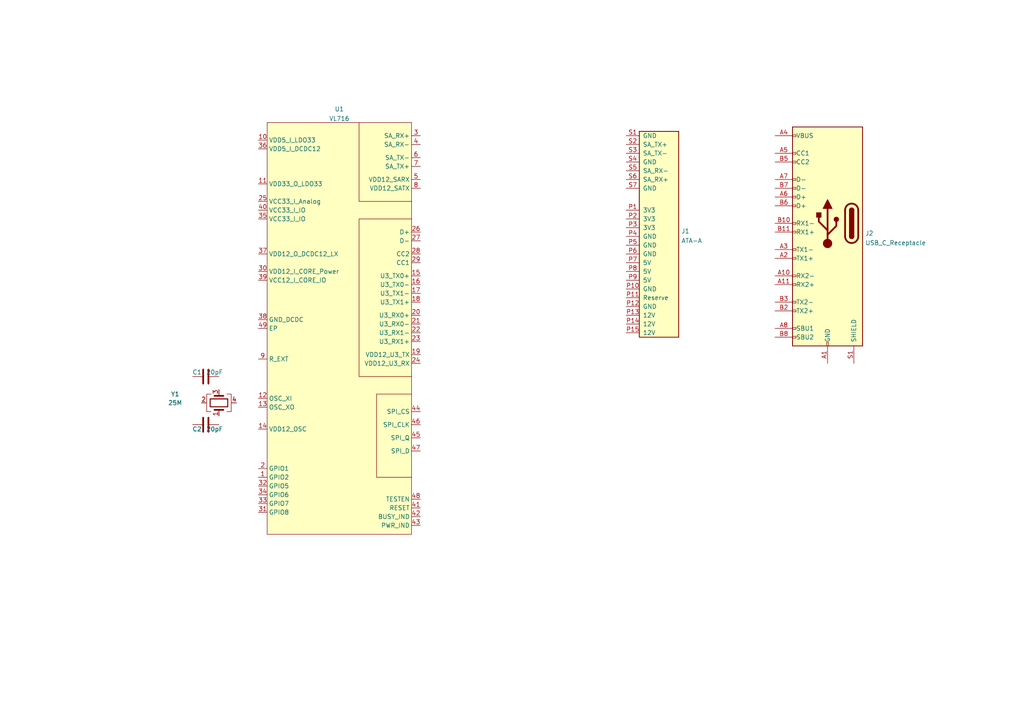
<source format=kicad_sch>
(kicad_sch (version 20211123) (generator eeschema)
  (paper "A4")
  (lib_symbols
    (symbol "Connector:USB_C_Receptacle" (pin_names (offset 1.016))
      (property "Reference" "J" (at -10.16 29.21 0))
      (property "Value" "USB_C_Receptacle" (at 10.16 29.21 0))
      (symbol "USB_C_Receptacle_0_0"
        (rectangle (start -0.254 -35.56) (end 0.254 -34.544))
        (rectangle (start 10.16 -32.766) (end 9.144 -33.274))
        (rectangle (start 10.16 -30.226) (end 9.144 -30.734))
        (rectangle (start 10.16 -25.146) (end 9.144 -25.654))
        (rectangle (start 10.16 -22.606) (end 9.144 -23.114))
        (rectangle (start 10.16 -17.526) (end 9.144 -18.034))
        (rectangle (start 10.16 -14.986) (end 9.144 -15.494))
        (rectangle (start 10.16 -9.906) (end 9.144 -10.414))
        (rectangle (start 10.16 -7.366) (end 9.144 -7.874))
        (rectangle (start 10.16 -2.286) (end 9.144 -2.794))
        (rectangle (start 10.16 0.254) (end 9.144 -0.254))
        (rectangle (start 10.16 5.334) (end 9.144 4.826))
        (rectangle (start 10.16 7.874) (end 9.144 7.366))
        (rectangle (start 10.16 10.414) (end 9.144 9.906))
        (rectangle (start 10.16 12.954) (end 9.144 12.446))
        (rectangle (start 10.16 18.034) (end 9.144 17.526))
        (rectangle (start 10.16 20.574) (end 9.144 20.066))
        (rectangle (start 10.16 25.654) (end 9.144 25.146))
      )
      (symbol "USB_C_Receptacle_0_1"
        (rectangle (start -10.16 27.94) (end 10.16 -35.56) (stroke (width 0.254)) (fill (type background)))
        (arc (start -8.89 -3.81) (mid -6.985 -5.715) (end -5.08 -3.81) (stroke (width 0.508)))
        (arc (start -7.62 -3.81) (mid -6.985 -4.445) (end -6.35 -3.81) (stroke (width 0.254)))
        (arc (start -7.62 -3.81) (mid -6.985 -4.445) (end -6.35 -3.81) (stroke (width 0.254)) (fill (type outline)))
        (rectangle (start -7.62 -3.81) (end -6.35 3.81) (stroke (width 0.254)) (fill (type outline)))
        (arc (start -6.35 3.81) (mid -6.985 4.445) (end -7.62 3.81) (stroke (width 0.254)))
        (arc (start -6.35 3.81) (mid -6.985 4.445) (end -7.62 3.81) (stroke (width 0.254)) (fill (type outline)))
        (arc (start -5.08 3.81) (mid -6.985 5.715) (end -8.89 3.81) (stroke (width 0.508)))
        (polyline (pts (xy -8.89 -3.81) (xy -8.89 3.81)) (stroke (width 0.508)))
        (polyline (pts (xy -5.08 3.81) (xy -5.08 -3.81)) (stroke (width 0.508)))
      )
      (symbol "USB_C_Receptacle_1_1"
        (circle (center -2.54 1.143) (radius 0.635) (stroke (width 0.254)) (fill (type outline)))
        (circle (center 0 -5.842) (radius 1.27) (fill (type outline)))
        (polyline (pts (xy 0 -5.842) (xy 0 4.318)) (stroke (width 0.508)))
        (polyline (pts (xy 0 -3.302) (xy -2.54 -0.762) (xy -2.54 0.508)) (stroke (width 0.508)))
        (polyline (pts (xy 0 -2.032) (xy 2.54 0.508) (xy 2.54 1.778)) (stroke (width 0.508)))
        (polyline (pts (xy -1.27 4.318) (xy 0 6.858) (xy 1.27 4.318) (xy -1.27 4.318)) (stroke (width 0.254)) (fill (type outline)))
        (rectangle (start 1.905 1.778) (end 3.175 3.048) (stroke (width 0.254)) (fill (type outline)))
        (pin passive line (at 0 -40.64 90) (length 5.08) (name "GND") (number "A1"))
        (pin bidirectional line (at 15.24 -15.24 180) (length 5.08) (name "RX2-") (number "A10"))
        (pin bidirectional line (at 15.24 -17.78 180) (length 5.08) (name "RX2+") (number "A11"))
        (pin passive line (at 0 -40.64 90) (length 5.08) hide (name "GND") (number "A12"))
        (pin bidirectional line (at 15.24 -10.16 180) (length 5.08) (name "TX1+") (number "A2"))
        (pin bidirectional line (at 15.24 -7.62 180) (length 5.08) (name "TX1-") (number "A3"))
        (pin passive line (at 15.24 25.4 180) (length 5.08) (name "VBUS") (number "A4"))
        (pin bidirectional line (at 15.24 20.32 180) (length 5.08) (name "CC1") (number "A5"))
        (pin bidirectional line (at 15.24 7.62 180) (length 5.08) (name "D+") (number "A6"))
        (pin bidirectional line (at 15.24 12.7 180) (length 5.08) (name "D-") (number "A7"))
        (pin bidirectional line (at 15.24 -30.48 180) (length 5.08) (name "SBU1") (number "A8"))
        (pin passive line (at 15.24 25.4 180) (length 5.08) hide (name "VBUS") (number "A9"))
        (pin passive line (at 0 -40.64 90) (length 5.08) hide (name "GND") (number "B1"))
        (pin bidirectional line (at 15.24 0 180) (length 5.08) (name "RX1-") (number "B10"))
        (pin bidirectional line (at 15.24 -2.54 180) (length 5.08) (name "RX1+") (number "B11"))
        (pin passive line (at 0 -40.64 90) (length 5.08) hide (name "GND") (number "B12"))
        (pin bidirectional line (at 15.24 -25.4 180) (length 5.08) (name "TX2+") (number "B2"))
        (pin bidirectional line (at 15.24 -22.86 180) (length 5.08) (name "TX2-") (number "B3"))
        (pin passive line (at 15.24 25.4 180) (length 5.08) hide (name "VBUS") (number "B4"))
        (pin bidirectional line (at 15.24 17.78 180) (length 5.08) (name "CC2") (number "B5"))
        (pin bidirectional line (at 15.24 5.08 180) (length 5.08) (name "D+") (number "B6"))
        (pin bidirectional line (at 15.24 10.16 180) (length 5.08) (name "D-") (number "B7"))
        (pin bidirectional line (at 15.24 -33.02 180) (length 5.08) (name "SBU2") (number "B8"))
        (pin passive line (at 15.24 25.4 180) (length 5.08) hide (name "VBUS") (number "B9"))
        (pin passive line (at -7.62 -40.64 90) (length 5.08) (name "SHIELD") (number "S1"))
      )
    )
    (symbol "Device:C" (pin_numbers hide) (pin_names (offset 0.254))
      (property "Reference" "C" (at 0.635 2.54 0))
      (property "Value" "C" (at 0.635 -2.54 0))
      (symbol "C_0_1"
        (polyline (pts (xy -2.032 -0.762) (xy 2.032 -0.762)) (stroke (width 0.508)))
        (polyline (pts (xy -2.032 0.762) (xy 2.032 0.762)) (stroke (width 0.508)))
      )
      (symbol "C_1_1"
        (pin passive line (at 0 3.81 270) (length 2.794) (name "~") (number "1"))
        (pin passive line (at 0 -3.81 90) (length 2.794) (name "~") (number "2"))
      )
    )
    (symbol "Device:Crystal_GND24" (pin_names (offset 1.016) hide)
      (property "Reference" "Y" (at 3.175 5.08 0))
      (property "Value" "Crystal_GND24" (at 3.175 3.175 0))
      (symbol "Crystal_GND24_0_1"
        (rectangle (start -1.143 2.54) (end 1.143 -2.54) (stroke (width 0.3048)))
        (polyline (pts (xy -2.54 0) (xy -2.032 0)))
        (polyline (pts (xy -2.032 -1.27) (xy -2.032 1.27)) (stroke (width 0.508)))
        (polyline (pts (xy 0 -3.81) (xy 0 -3.556)))
        (polyline (pts (xy 0 3.556) (xy 0 3.81)))
        (polyline (pts (xy 2.032 -1.27) (xy 2.032 1.27)) (stroke (width 0.508)))
        (polyline (pts (xy 2.032 0) (xy 2.54 0)))
        (polyline (pts (xy -2.54 -2.286) (xy -2.54 -3.556) (xy 2.54 -3.556) (xy 2.54 -2.286)))
        (polyline (pts (xy -2.54 2.286) (xy -2.54 3.556) (xy 2.54 3.556) (xy 2.54 2.286)))
      )
      (symbol "Crystal_GND24_1_1"
        (pin passive line (at -3.81 0 0) (length 1.27) (name "1") (number "1"))
        (pin passive line (at 0 5.08 270) (length 1.27) (name "2") (number "2"))
        (pin passive line (at 3.81 0 180) (length 1.27) (name "3") (number "3"))
        (pin passive line (at 0 -5.08 90) (length 1.27) (name "4") (number "4"))
      )
    )
    (symbol "VL716:ATA-A" (pin_names (offset 1.016))
      (property "Reference" "J1" (at -2.54 30.48 0))
      (property "Value" "ATA-A" (at -3.81 27.94 0))
      (symbol "ATA-A_1_1"
        (rectangle (start -6.35 26.67) (end 5.08 -33.02) (stroke (width 0.254)) (fill (type background)))
        (pin power_out line (at -10.16 3.81 0) (length 3.81) (name "3V3") (number "P1"))
        (pin passive line (at -10.16 -19.05 0) (length 3.81) (name "GND") (number "P10"))
        (pin bidirectional line (at -10.16 -21.59 0) (length 3.81) (name "Reserve") (number "P11"))
        (pin passive line (at -10.16 -24.13 0) (length 3.81) (name "GND") (number "P12"))
        (pin power_out line (at -10.16 -26.67 0) (length 3.81) (name "12V") (number "P13"))
        (pin power_out line (at -10.16 -29.21 0) (length 3.81) (name "12V") (number "P14"))
        (pin power_out line (at -10.16 -31.75 0) (length 3.81) (name "12V") (number "P15"))
        (pin power_out line (at -10.16 1.27 0) (length 3.81) (name "3V3") (number "P2"))
        (pin power_out line (at -10.16 -1.27 0) (length 3.81) (name "3V3") (number "P3"))
        (pin passive line (at -10.16 -3.81 0) (length 3.81) (name "GND") (number "P4"))
        (pin passive line (at -10.16 -6.35 0) (length 3.81) (name "GND") (number "P5"))
        (pin passive line (at -10.16 -8.89 0) (length 3.81) (name "GND") (number "P6"))
        (pin power_out line (at -10.16 -11.43 0) (length 3.81) (name "5V") (number "P7"))
        (pin power_out line (at -10.16 -13.97 0) (length 3.81) (name "5V") (number "P8"))
        (pin power_out line (at -10.16 -16.51 0) (length 3.81) (name "5V") (number "P9"))
        (pin passive line (at -10.16 25.4 0) (length 3.81) (name "GND") (number "S1"))
        (pin output line (at -10.16 22.86 0) (length 3.81) (name "SA_TX+") (number "S2"))
        (pin output line (at -10.16 20.32 0) (length 3.81) (name "SA_TX-") (number "S3"))
        (pin passive line (at -10.16 17.78 0) (length 3.81) (name "GND") (number "S4"))
        (pin output line (at -10.16 15.24 0) (length 3.81) (name "SA_RX-") (number "S5"))
        (pin input line (at -10.16 12.7 0) (length 3.81) (name "SA_RX+") (number "S6"))
        (pin passive line (at -10.16 10.16 0) (length 3.81) (name "GND") (number "S7"))
      )
    )
    (symbol "VL716:VL716"
      (property "Reference" "U" (at 3.81 60.96 0))
      (property "Value" "VL716" (at 3.81 60.96 0))
      (symbol "VL716_0_0"
        (pin power_in line (at -24.13 53.34 0) (length 2.54) (name "VDD5_I_LDO33") (number "10"))
        (pin power_out line (at -24.13 40.64 0) (length 2.54) (name "VDD33_O_LDO33") (number "11"))
        (pin input line (at -24.13 -21.59 0) (length 2.54) (name "OSC_XI") (number "12"))
        (pin output line (at -24.13 -24.13 0) (length 2.54) (name "OSC_XO") (number "13"))
        (pin output line (at -24.13 -30.48 0) (length 2.54) (name "VDD12_OSC") (number "14"))
        (pin output line (at 22.86 13.97 180) (length 2.54) (name "U3_TX0+") (number "15"))
        (pin output line (at 22.86 11.43 180) (length 2.54) (name "U3_TX0-") (number "16"))
        (pin output line (at 22.86 8.89 180) (length 2.54) (name "U3_TX1-") (number "17"))
        (pin output line (at 22.86 6.35 180) (length 2.54) (name "U3_TX1+") (number "18"))
        (pin power_in line (at 22.86 -8.89 180) (length 2.54) (name "VDD12_U3_TX") (number "19"))
        (pin bidirectional line (at -24.13 -41.91 0) (length 2.54) (name "GPIO1") (number "2"))
        (pin input line (at 22.86 2.54 180) (length 2.54) (name "U3_RX0+") (number "20"))
        (pin input line (at 22.86 0 180) (length 2.54) (name "U3_RX0-") (number "21"))
        (pin input line (at 22.86 -2.54 180) (length 2.54) (name "U3_RX1-") (number "22"))
        (pin input line (at 22.86 -5.08 180) (length 2.54) (name "U3_RX1+") (number "23"))
        (pin power_in line (at 22.86 -11.43 180) (length 2.54) (name "VDD12_U3_RX") (number "24"))
        (pin power_in line (at -24.13 35.56 0) (length 2.54) (name "VCC33_I_Analog") (number "25"))
        (pin input line (at 22.86 26.67 180) (length 2.54) (name "D+") (number "26"))
        (pin output line (at 22.86 24.13 180) (length 2.54) (name "D-") (number "27"))
        (pin bidirectional line (at 22.86 20.32 180) (length 2.54) (name "CC2") (number "28"))
        (pin bidirectional line (at 22.86 17.78 180) (length 2.54) (name "CC1") (number "29"))
        (pin input line (at 22.86 54.61 180) (length 2.54) (name "SA_RX+") (number "3"))
        (pin bidirectional line (at -24.13 15.24 0) (length 2.54) (name "VDD12_I_CORE_Power") (number "30"))
        (pin bidirectional line (at -24.13 -54.61 0) (length 2.54) (name "GPIO8") (number "31"))
        (pin bidirectional line (at -24.13 -46.99 0) (length 2.54) (name "GPIO5") (number "32"))
        (pin bidirectional line (at -24.13 -52.07 0) (length 2.54) (name "GPIO7") (number "33"))
        (pin bidirectional line (at -24.13 -49.53 0) (length 2.54) (name "GPIO6") (number "34"))
        (pin bidirectional line (at -24.13 30.48 0) (length 2.54) (name "VCC33_I_IO") (number "35"))
        (pin power_in line (at -24.13 50.8 0) (length 2.54) (name "VDD5_I_DCDC12") (number "36"))
        (pin power_out line (at -24.13 20.32 0) (length 2.54) (name "VDD12_O_DCDC12_LX") (number "37"))
        (pin passive line (at -24.13 1.27 0) (length 2.54) (name "GND_DCDC") (number "38"))
        (pin power_in line (at -24.13 12.7 0) (length 2.54) (name "VCC12_I_CORE_IO") (number "39"))
        (pin input line (at 22.86 52.07 180) (length 2.54) (name "SA_RX-") (number "4"))
        (pin bidirectional line (at -24.13 33.02 0) (length 2.54) (name "VCC33_I_IO") (number "40"))
        (pin bidirectional line (at 22.86 -53.34 180) (length 2.54) (name "RESET") (number "41"))
        (pin output line (at 22.86 -55.88 180) (length 2.54) (name "BUSY_IND") (number "42"))
        (pin output line (at 22.86 -58.42 180) (length 2.54) (name "PWR_IND") (number "43"))
        (pin output line (at 22.86 -25.4 180) (length 2.54) (name "SPI_CS") (number "44"))
        (pin input line (at 22.86 -33.02 180) (length 2.54) (name "SPI_Q") (number "45"))
        (pin output line (at 22.86 -29.21 180) (length 2.54) (name "SPI_CLK") (number "46"))
        (pin output line (at 22.86 -36.83 180) (length 2.54) (name "SPI_D") (number "47"))
        (pin bidirectional line (at 22.86 -50.8 180) (length 2.54) (name "TESTEN") (number "48"))
        (pin passive line (at -24.13 -1.27 0) (length 2.54) (name "EP") (number "49"))
        (pin power_out line (at 22.86 41.91 180) (length 2.54) (name "VDD12_SARX") (number "5"))
        (pin output line (at 22.86 48.26 180) (length 2.54) (name "SA_TX-") (number "6"))
        (pin output line (at 22.86 45.72 180) (length 2.54) (name "SA_TX+") (number "7"))
        (pin power_in line (at 22.86 39.37 180) (length 2.54) (name "VDD12_SATX") (number "8"))
        (pin passive line (at -24.13 -10.16 0) (length 2.54) (name "R_EXT") (number "9"))
      )
      (symbol "VL716_0_1"
        (rectangle (start -21.59 58.42) (end 20.32 -60.96) (stroke (width 0.1524)) (fill (type background)))
        (polyline (pts (xy 5.08 58.42) (xy 5.08 35.56) (xy 20.32 35.56)) (stroke (width 0.1524)))
        (polyline (pts (xy 20.32 -20.32) (xy 10.16 -20.32) (xy 10.16 -44.45) (xy 20.32 -44.45)) (stroke (width 0.1524)))
        (polyline (pts (xy 20.32 30.48) (xy 5.08 30.48) (xy 5.08 -15.24) (xy 20.32 -15.24)) (stroke (width 0.1524)))
      )
      (symbol "VL716_1_1"
        (pin bidirectional line (at -24.13 -44.45 0) (length 2.54) (name "GPIO2") (number "1"))
      )
    )
  )
  (symbol (lib_id "Device:C") (at 59.69 109.22 90) (unit 1)
    (property "Reference" "C1" (at 57.15 107.95 90))
    (property "Value" "20pF" (at 62.23 107.95 90))
    (property "Footprint" "Capacitor_SMD:C_0402_1005Metric" (effects hide))
  )
  (symbol (lib_id "Device:Crystal_GND24") (at 63.5 116.84 90) (unit 1)
    (property "Reference" "Y1" (at 50.8 114.3 90))
    (property "Value" "25M" (at 50.8 116.84 90))
    (property "Footprint" "Crystal:Crystal_SMD_2016-4Pin_2.0x1.6mm" (effects hide))
  )
  (symbol (lib_id "VL716:VL716") (at 99.06 93.98 0) (unit 1)
    (property "Reference" "U1" (at 98.425 31.6443 0))
    (property "Value" "VL716" (at 98.425 34.4194 0))
    (property "Footprint" "Package_DFN_QFN:QFN-48-1EP_6x6mm_P0.4mm_EP4.3x4.3mm" (effects hide))
  )
  (symbol (lib_id "Device:C") (at 59.69 123.19 90) (unit 1)
    (property "Reference" "C2" (at 57.15 124.46 90))
    (property "Value" "20pF" (at 62.23 124.46 90))
    (property "Footprint" "Capacitor_SMD:C_0402_1005Metric" (effects hide))
  )
  (symbol (lib_id "Connector:USB_C_Receptacle") (at 240.03 64.77 0) (mirror y) (unit 1)
    (property "Reference" "J2" (at 250.952 67.6715 0) (effects (justify right)))
    (property "Value" "USB_C_Receptacle" (at 250.952 70.4466 0) (effects (justify right)))
    (property "Footprint" "lib:USB-C_24p" (effects hide))
    (property "Datasheet" "https://www.usb.org/sites/default/files/documents/usb_type-c.zip" (effects hide))
  )
  (symbol (lib_id "VL716:ATA-A") (at 191.77 64.77 0) (unit 1)
    (property "Reference" "J1" (at 197.612 67.0365 0) (effects (justify left)))
    (property "Value" "ATA-A" (at 197.612 69.8116 0) (effects (justify left)))
    (property "Footprint" "lib:SATA-22P-M" (effects hide))
  )
)
</source>
